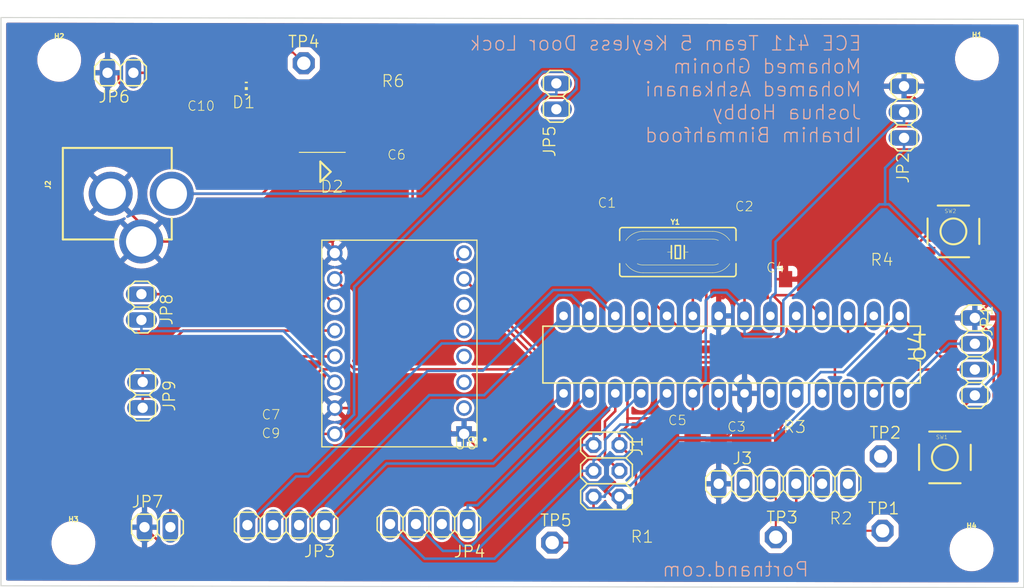
<source format=kicad_pcb>
(kicad_pcb (version 20211014) (generator pcbnew)
  (title_block (title "Keypad Door Lock PCB") (rev "1") (company "ECE 411 Team 5 Practicum"))
  (layers (0 "F.Cu" signal) (31 "B.Cu" signal) (34 "B.Paste" user) (35 "F.Paste" user) (36 "B.SilkS" user "B.Silkscreen") (37 "F.SilkS" user "F.Silkscreen") (38 "B.Mask" user) (39 "F.Mask" user) (44 "Edge.Cuts" user))
  (net 0 "")
  (net 1 "+5V")
  (net 2 "GND")
  (net 3 "Net-(C6-Pad1)")
  (net 4 "Net-(C9-Pad1)")
  (net 5 "Net-(J1-Pad5)")
  (net 6 "Net-(J3-Pad4)")
  (net 7 "Net-(C2-Pad2)")
  (net 8 "Net-(C1-Pad2)")
  (net 9 "Net-(J3-Pad5)")
  (net 10 "Net-(JP3-Pad4)")
  (net 11 "Net-(JP3-Pad3)")
  (net 12 "Net-(JP3-Pad2)")
  (net 13 "Net-(JP3-Pad1)")
  (net 14 "Net-(C3-Pad1)")
  (net 19 "Net-(R6-Pad1)")
  (net 20 "Net-(JP4-Pad4)")
  (net 21 "Net-(J1-Pad4)")
  (net 22 "Net-(J1-Pad1)")
  (net 28 "Net-(J1-Pad3)")
  (net 29 "Net-(JP1-Pad3)")
  (net 30 "Net-(JP1-Pad2)")
  (net 31 "Net-(JP8-Pad2)")
  (net 32 "Net-(JP9-Pad1)")
  (net 33 "Net-(JP9-Pad2)")
  (net 34 "Net-(JP8-Pad1)")
  (net 35 "+12V")
  (net 38 "Net-(J3-Pad3)")
  (net 39 "Net-(JP2-Pad2)")
  (net 40 "Net-(R2-Pad1)")
  (net 41 "Net-(R3-Pad1)")
  (net 42 "Net-(R4-Pad2)")
  (net 43 "Net-(U4-Pad4)")
  (net 44 "Net-(U4-Pad5)")
  (footprint "Keyless_Door:CHIP-LED0805" (layer "F.Cu") (at 125.188 55.118 90)
    (property "Value" "")
    (fp_text reference "D1")
    (fp_text value "LED")
  )
  (footprint "Keyless_Door:1X03" (layer "F.Cu") (at 189.6618 57.4294 90)
    (fp_text reference "JP2")
    (fp_text value "VCC.1 | IN1 | GND")
  )
  (footprint "Keyless_Door:R0805" (layer "F.Cu") (at 178.4858 89.4588)
    (fp_text reference "R3")
    (fp_text value "1K")
  )
  (footprint "Keyless_Door:P1-13" (layer "F.Cu") (at 187.5536 98.6028)
    (fp_text reference "TP1")
    (fp_text value "TestPoint")
  )
  (footprint "Keyless_Door:2X03" (layer "F.Cu") (at 160.4264 92.71 -90)
    (property "Value" "")
    (fp_text reference "J1")
    (fp_text value "3x2 M")
  )
  (footprint "Keyless_Door:1X04" (layer "F.Cu") (at 142.9766 97.9424)
    (fp_text reference "JP4")
    (fp_text value "PINHD-1X4")
  )
  (footprint "Keyless_Door:P1-13" (layer "F.Cu") (at 177.0634 99.2378)
    (fp_text reference "TP3")
    (fp_text value "TestPoint")
  )
  (footprint "Keyless_Door:C0805K" (layer "F.Cu") (at 139.3792 63.2968)
    (fp_text reference "C6")
    (fp_text value "10u")
  )
  (footprint "Keyless_Door:C0805K" (layer "F.Cu") (at 130.1844 86.614)
    (fp_text reference "C7")
    (fp_text value "100u")
  )
  (footprint "Keyless_Door:C0805K" (layer "F.Cu") (at 120.4468 58.1152 180)
    (fp_text reference "C10")
    (fp_text value "100n")
  )
  (footprint "Keyless_Door:P1-13" (layer "F.Cu") (at 155.0924 99.7712)
    (fp_text reference "TP5")
    (fp_text value "TestPoint")
  )
  (footprint "Keyless_Door:C0805K" (layer "F.Cu") (at 171.6184 66.5226)
    (fp_text reference "C2")
    (fp_text value "30p")
  )
  (footprint "Keyless_Door:STAND-OFF" (layer "F.Cu") (at 108.0516 99.7966)
    (fp_text reference "H3")
    (fp_text value "STAND-OFF")
  )
  (footprint "Keyless_Door:P1-13" (layer "F.Cu") (at 130.683 52.6288)
    (fp_text reference "TP4")
    (fp_text value "TestPoint")
  )
  (footprint "Keyless_Door:R0805" (layer "F.Cu") (at 160.7058 99.187 180)
    (fp_text reference "R1")
    (fp_text value "10K")
  )
  (footprint "Keyless_Door:C0805K" (layer "F.Cu") (at 163.4142 66.4972 180)
    (fp_text reference "C1")
    (fp_text value "30p")
  )
  (footprint "Keyless_Door:TACTILE_SWITCH_SMD" (layer "F.Cu") (at 193.675 91.3892)
    (fp_text reference "SW1")
    (fp_text value "!Reset")
  )
  (footprint "Keyless_Door:C0805K" (layer "F.Cu") (at 130.2164 89.0778 180)
    (fp_text reference "C9")
    (fp_text value "100u")
  )
  (footprint "Keyless_Door:MODULE_A4988_STEPPER_MOTOR_DRIVER_CARRIER" (layer "F.Cu") (at 140.081 80.1878 180)
    (fp_text reference "U8")
    (fp_text value "A4988_STEPPER_MOTOR_DRIVER_CARRIER")
  )
  (footprint "Keyless_Door:HC49UP" (layer "F.Cu") (at 167.4368 71.1962)
    (fp_text reference "Y1")
    (fp_text value "Crystal")
  )
  (footprint "Keyless_Door:C0805K" (layer "F.Cu") (at 168.8846 88.5538 -90)
    (fp_text reference "C5")
    (fp_text value "100n")
  )
  (footprint "Keyless_Door:P1-13" (layer "F.Cu") (at 187.3758 91.2876)
    (fp_text reference "TP2")
    (fp_text value "TestPoint")
  )
  (footprint "Keyless_Door:C0805K" (layer "F.Cu") (at 171.45 88.5792 -90)
    (fp_text reference "C3")
    (fp_text value "100n")
  )
  (footprint "Keyless_Door:1X02" (layer "F.Cu") (at 155.4988 55.88 -90)
    (fp_text reference "JP5")
    (fp_text value "COM | NO")
  )
  (footprint "Keyless_Door:STAND-OFF" (layer "F.Cu") (at 196.8246 52.1716)
    (fp_text reference "H1")
    (fp_text value "STAND-OFF")
  )
  (footprint "Keyless_Door:1X04" (layer "F.Cu") (at 196.6214 81.4832 -90)
    (fp_text reference "JP1")
    (fp_text value "1x4 Pin Conn.")
  )
  (footprint "Keyless_Door:R0805" (layer "F.Cu") (at 138.8872 56.3372)
    (fp_text reference "R6")
    (fp_text value "1k")
  )
  (footprint "Keyless_Door:1X02" (layer "F.Cu") (at 114.7318 76.6064 90)
    (fp_text reference "JP8")
    (fp_text value "2B+ & 1B-")
  )
  (footprint "Keyless_Door:1X06" (layer "F.Cu") (at 177.8 93.98)
    (property "Value" "")
    (fp_text reference "J3")
    (fp_text value "1x6 M")
  )
  (footprint "Keyless_Door:TACTILE_SWITCH_SMD" (layer "F.Cu") (at 194.5132 69.1642)
    (fp_text reference "SW2")
    (fp_text value "Open")
  )
  (footprint "Keyless_Door:C0805K" (layer "F.Cu") (at 177.022 73.8632)
    (fp_text reference "C4")
    (fp_text value "100n")
  )
  (footprint "Keyless_Door:R0805" (layer "F.Cu") (at 187.5536 73.4568 180)
    (fp_text reference "R4")
    (fp_text value "10K")
  )
  (footprint "Keyless_Door:1X02" (layer "F.Cu") (at 112.6744 53.5686 180)
    (fp_text reference "JP6")
    (fp_text value "IN- & IN+")
  )
  (footprint "Keyless_Door:STAND-OFF" (layer "F.Cu") (at 106.6546 52.2986)
    (fp_text reference "H2")
    (fp_text value "STAND-OFF")
  )
  (footprint "Keyless_Door:R0805" (layer "F.Cu") (at 182.8952 99.3394)
    (fp_text reference "R2")
    (fp_text value "1K")
  )
  (footprint "Keyless_Door:STAND-OFF" (layer "F.Cu") (at 196.2912 100.4316)
    (fp_text reference "H4")
    (fp_text value "STAND-OFF")
  )
  (footprint "Keyless_Door:DIL28-3" (layer "F.Cu") (at 172.72 81.28 180)
    (fp_text reference "U4")
    (fp_text value "ATMEGA328P-PU")
  )
  (footprint "Keyless_Door:SMB" (layer "F.Cu") (at 132.502 63.2968 180)
    (property "Value" "")
    (fp_text reference "D2")
    (fp_text value "M7")
  )
  (footprint "Keyless_Door:1X02" (layer "F.Cu") (at 114.8588 85.2424 -90)
    (fp_text reference "JP9")
    (fp_text value "1A+ & 2A-")
  )
  (footprint "Keyless_Door:1X04" (layer "F.Cu") (at 128.9558 98.044 180)
    (fp_text reference "JP3")
    (fp_text value "PINHD-1X4")
  )
  (footprint "Keyless_Door:1X02" (layer "F.Cu") (at 116.3066 98.2472)
    (fp_text reference "JP7")
    (fp_text value "OUT- & OUT+")
  )
  (footprint "Keyless_Door:POWER_JACK_PTH" (layer "F.Cu") (at 104.013 65.4558 -90)
    (property "Value" "")
    (fp_text reference "J2")
    (fp_text value "Power Jack")
  )
  (gr_line (start 100.9396 48.133) (end 100.9396 104.013) (layer "Edge.Cuts") (width 0.1))
  (gr_line (start 100.9396 104.013) (end 201.422 104.1908) (layer "Edge.Cuts") (width 0.1))
  (gr_line (start 201.422 104.1908) (end 201.422 48.3108) (layer "Edge.Cuts") (width 0.1))
  (gr_line (start 201.422 48.3108) (end 100.9396 48.133) (layer "Edge.Cuts") (width 0.1))
  (gr_text "Portnand.com" (at 180.3908 103.2256) (layer "B.SilkS") (effects (font (size 1.40208 1.40208) (thickness 0.12192)) (justify left bottom mirror)))
  (gr_text "ECE 411 Team 5 Keyless Door Lock\nMohamed Ghonim\nMohamed Ashkanani\nJoshua Hobby\nIbrahim Binmahfood" (at 185.5724 60.5282) (layer "B.SilkS") (effects (font (size 1.40208 1.40208) (thickness 0.12192)) (justify left bottom mirror)))
  (segment (start 130.2091 85.6387) (end 130.2091 86.614) (width 0.25) (layer "F.Cu") (net 1))
  (segment (start 185.5998 86.252776) (end 186.238424 86.8914) (width 0.25) (layer "F.Cu") (net 1))
  (segment (start 168.8846 86.8631) (end 168.8846 87.5538) (width 0.25) (layer "F.Cu") (net 1))
  (segment (start 135.128 75.2348) (end 133.731 73.8378) (width 0.25) (layer "F.Cu") (net 1))
  (segment (start 168.91 86.8377) (end 168.8846 86.8631) (width 0.25) (layer "F.Cu") (net 1))
  (segment (start 161.6964 90.17) (end 161.6964 89.0682) (width 0.25) (layer "F.Cu") (net 1))
  (segment (start 175.0467 74.6656) (end 175.0467 73.8632) (width 0.25) (layer "F.Cu") (net 1))
  (segment (start 134.8331 82.12195) (end 134.8331 81.907) (width 0.25) (layer "F.Cu") (net 1))
  (segment (start 130.2091 84.9289) (end 132.4102 82.7278) (width 0.25) (layer "F.Cu") (net 1))
  (segment (start 162.49 88.2746) (end 162.49 87.5538) (width 0.25) (layer "F.Cu") (net 1))
  (segment (start 141.3768 66.192) (end 141.3768 58.6795) (width 0.25) (layer "F.Cu") (net 1))
  (segment (start 195.0232 86.8914) (end 196.6214 85.2932) (width 0.25) (layer "F.Cu") (net 1))
  (segment (start 187.96 81.567024) (end 185.5998 83.927224) (width 0.25) (layer "F.Cu") (net 1))
  (segment (start 135.6539 82.7278) (end 134.8331 81.907) (width 0.25) (layer "F.Cu") (net 1))
  (segment (start 132.4102 82.7278) (end 134.22725 82.7278) (width 0.25) (layer "F.Cu") (net 1))
  (segment (start 186.238424 86.8914) (end 195.0232 86.8914) (width 0.25) (layer "F.Cu") (net 1))
  (segment (start 173.99 77.47) (end 173.99 75.7223) (width 0.25) (layer "F.Cu") (net 1))
  (segment (start 139.8372 56.3372) (end 140.8125 56.3372) (width 0.25) (layer "F.Cu") (net 1))
  (segment (start 131.1844 86.614) (end 130.2091 86.614) (width 0.25) (layer "F.Cu") (net 1))
  (segment (start 130.2091 85.6387) (end 130.2091 84.9289) (width 0.25) (layer "F.Cu") (net 1))
  (segment (start 176.022 73.8632) (end 175.0467 73.8632) (width 0.25) (layer "F.Cu") (net 1))
  (segment (start 168.91 85.09) (end 168.91 86.8377) (width 0.25) (layer "F.Cu") (net 1))
  (segment (start 161.9758 82.7278) (end 135.6539 82.7278) (width 0.25) (layer "F.Cu") (net 1))
  (segment (start 161.6964 89.0682) (end 162.49 88.2746) (width 0.25) (layer "F.Cu") (net 1))
  (segment (start 162.49 87.5538) (end 162.49 83.242) (width 0.25) (layer "F.Cu") (net 1))
  (segment (start 140.8125 58.1152) (end 122.4221 58.1152) (width 0.25) (layer "F.Cu") (net 1))
  (segment (start 185.5998 83.927224) (end 185.5998 86.252776) (width 0.25) (layer "F.Cu") (net 1))
  (segment (start 187.96 75.0757) (end 187.96 81.567024) (width 0.25) (layer "F.Cu") (net 1))
  (segment (start 162.6311 99.187) (end 163.322 98.4961) (width 0.25) (layer "F.Cu") (net 1))
  (segment (start 141.3768 58.6795) (end 140.8125 58.1152) (width 0.25) (layer "F.Cu") (net 1))
  (segment (start 162.49 87.5538) (end 168.8846 87.5538) (width 0.25) (layer "F.Cu") (net 1))
  (segment (start 134.8331 81.907) (end 135.128 81.6121) (width 0.25) (layer "F.Cu") (net 1))
  (segment (start 188.5036 74.5321) (end 187.96 75.0757) (width 0.25) (layer "F.Cu") (net 1))
  (segment (start 173.99 75.7223) (end 175.0467 74.6656) (width 0.25) (layer "F.Cu") (net 1))
  (segment (start 140.8125 58.1152) (end 140.8125 56.3372) (width 0.25) (layer "F.Cu") (net 1))
  (segment (start 133.731 73.8378) (end 141.3768 66.192) (width 0.25) (layer "F.Cu") (net 1))
  (segment (start 163.322 98.4961) (end 163.322 91.7956) (width 0.25) (layer "F.Cu") (net 1))
  (segment (start 135.128 81.6121) (end 135.128 75.2348) (width 0.25) (layer "F.Cu") (net 1))
  (segment (start 163.322 91.7956) (end 161.6964 90.17) (width 0.25) (layer "F.Cu") (net 1))
  (segment (start 121.4468 58.1152) (end 122.4221 58.1152) (width 0.25) (layer "F.Cu") (net 1))
  (segment (start 128.524 84.836) (end 129.4064 84.836) (width 0.25) (layer "F.Cu") (net 1))
  (segment (start 134.22725 82.7278) (end 134.8331 82.12195) (width 0.25) (layer "F.Cu") (net 1))
  (segment (start 161.6558 99.187) (end 162.6311 99.187) (width 0.25) (layer "F.Cu") (net 1))
  (segment (start 162.49 83.242) (end 161.9758 82.7278) (width 0.25) (layer "F.Cu") (net 1))
  (segment (start 117.5766 98.2472) (end 117.5766 95.7834) (width 0.25) (layer "F.Cu") (net 1))
  (segment (start 129.4064 84.836) (end 130.2091 85.6387) (width 0.25) (layer "F.Cu") (net 1))
  (segment (start 117.5766 95.7834) (end 128.524 84.836) (width 0.25) (layer "F.Cu") (net 1))
  (segment (start 188.5036 73.4568) (end 188.5036 74.5321) (width 0.25) (layer "F.Cu") (net 1))
  (segment (start 187.7987 62.9198) (end 187.7987 66.5029) (width 0.25) (layer "B.Cu") (net 1))
  (segment (start 187.7987 66.5029) (end 187.7988 66.5029) (width 0.25) (layer "B.Cu") (net 1))
  (segment (start 173.99 77.47) (end 173.99 79.2714) (width 0.25) (layer "B.Cu") (net 1))
  (segment (start 168.91 85.09) (end 170.18 83.82) (width 0.25) (layer "B.Cu") (net 1))
  (segment (start 173.99 79.2714) (end 177.5226 79.2714) (width 0.25) (layer "B.Cu") (net 1))
  (segment (start 198.882 83.0326) (end 196.6214 85.2932) (width 0.25) (layer "B.Cu") (net 1))
  (segment (start 189.6618 59.9694) (end 189.6618 61.0567) (width 0.25) (layer "B.Cu") (net 1))
  (segment (start 187.2431 66.5029) (end 187.7988 66.5029) (width 0.25) (layer "B.Cu") (net 1))
  (segment (start 173.99 76.962) (end 173.99 77.47) (width 0.25) (layer "B.Cu") (net 1))
  (segment (start 170.18 83.82) (end 170.18 75.946) (width 0.25) (layer "B.Cu") (net 1))
  (segment (start 198.882 77.216) (end 198.882 83.0326) (width 0.25) (layer "B.Cu") (net 1))
  (segment (start 188.1689 66.5029) (end 198.882 77.216) (width 0.25) (layer "B.Cu") (net 1))
  (segment (start 177.5226 79.2714) (end 177.8 78.994) (width 0.25) (layer "B.Cu") (net 1))
  (segment (start 189.6618 61.0567) (end 187.7987 62.9198) (width 0.25) (layer "B.Cu") (net 1))
  (segment (start 177.8 78.994) (end 177.8 75.946) (width 0.25) (layer "B.Cu") (net 1))
  (segment (start 187.7988 66.5029) (end 188.1689 66.5029) (width 0.25) (layer "B.Cu") (net 1))
  (segment (start 172.212 75.184) (end 173.99 76.962) (width 0.25) (layer "B.Cu") (net 1))
  (segment (start 170.942 75.184) (end 172.212 75.184) (width 0.25) (layer "B.Cu") (net 1))
  (segment (start 177.8 75.946) (end 187.2431 66.5029) (width 0.25) (layer "B.Cu") (net 1))
  (segment (start 170.18 75.946) (end 170.942 75.184) (width 0.25) (layer "B.Cu") (net 1))
  (segment (start 171.45 89.5792) (end 170.8874 89.5792) (width 0.25) (layer "F.Cu") (net 2))
  (segment (start 164.4142 66.4972) (end 169.6177 66.4972) (width 0.25) (layer "F.Cu") (net 2))
  (segment (start 175.643 67.439) (end 173.228 65.024) (width 0.25) (layer "F.Cu") (net 2))
  (segment (start 170.0353 89.5792) (end 170.0099 89.5538) (width 0.25) (layer "F.Cu") (net 2))
  (segment (start 190.8859 66.5419) (end 190.8859 67.2592) (width 0.25) (layer "F.Cu") (net 2))
  (segment (start 114.713 70.1558) (end 114.713 68.4558) (width 0.25) (layer "F.Cu") (net 2))
  (segment (start 198.374 66.679) (end 198.374 75.9206) (width 0.25) (layer "F.Cu") (net 2))
  (segment (start 119.4468 58.1152) (end 118.4715 58.1152) (width 0.25) (layer "F.Cu") (net 2))
  (segment (start 117.1562 60.0126) (end 117.1562 59.4305) (width 0.25) (layer "F.Cu") (net 2))
  (segment (start 130.3222 87.884) (end 129.8257 88.3805) (width 0.25) (layer "F.Cu") (net 2))
  (segment (start 194.2797 66.04) (end 197.735 66.04) (width 0.25) (layer "F.Cu") (net 2))
  (segment (start 185.6013 67.2592) (end 178.9973 73.8632) (width 0.25) (layer "F.Cu") (net 2))
  (segment (start 117.3734 100.584) (end 115.0366 98.2472) (width 0.25) (layer "F.Cu") (net 2))
  (segment (start 112.4917 54.4667) (end 117.3059 59.2808) (width 0.25) (layer "F.Cu") (net 2))
  (segment (start 170.8874 89.5792) (end 170.0353 89.5792) (width 0.25) (layer "F.Cu") (net 2))
  (segment (start 129.8257 88.3805) (end 129.1844 87.7393) (width 0.25) (layer "F.Cu") (net 2))
  (segment (start 197.2578 90.1906) (end 198.9417 88.5067) (width 0.25) (layer "F.Cu") (net 2))
  (segment (start 129.2164 88.9898) (end 129.2164 89.0778) (width 0.25) (layer "F.Cu") (net 2))
  (segment (start 169.6177 66.4972) (end 169.6431 66.5226) (width 0.25) (layer "F.Cu") (net 2))
  (segment (start 145.8859 89.0778) (end 146.3986 89.0778) (width 0.25) (layer "F.Cu") (net 2))
  (segment (start 191.9732 67.2592) (end 190.8859 67.2592) (width 0.25) (layer "F.Cu") (net 2))
  (segment (start 112.4917 53.5686) (end 112.4917 54.4667) (width 0.25) (layer "F.Cu") (net 2))
  (segment (start 118.618 100.584) (end 117.3734 100.584) (width 0.25) (layer "F.Cu") (net 2))
  (segment (start 190.6132 55.9767) (end 191.77 57.1335) (width 0.25) (layer "F.Cu") (net 2))
  (segment (start 161.036 95.25) (end 161.6964 95.25) (width 0.25) (layer "F.Cu") (net 2))
  (segment (start 168.8846 89.5538) (end 170.0099 89.5538) (width 0.25) (layer "F.Cu") (net 2))
  (segment (start 191.77 65.6578) (end 190.8859 66.5419) (width 0.25) (layer "F.Cu") (net 2))
  (segment (start 133.731 86.5378) (end 132.3848 87.884) (width 0.25) (layer "F.Cu") (net 2))
  (segment (start 171.45 77.47) (end 171.45 75.7223) (width 0.25) (layer "F.Cu") (net 2))
  (segment (start 177.0467 72.8879) (end 177.0467 73.8632) (width 0.25) (layer "F.Cu") (net 2))
  (segment (start 175.643 71.9808) (end 176.1396 71.9808) (width 0.25) (layer "F.Cu") (net 2))
  (segment (start 145.8859 89.0778) (end 145.3407 89.0778) (width 0.25) (layer "F.Cu") (net 2))
  (segment (start 142.8007 86.5378) (end 133.731 86.5378) (width 0.25) (layer "F.Cu") (net 2))
  (segment (start 175.643 71.9808) (end 175.643 67.439) (width 0.25) (layer "F.Cu") (net 2))
  (segment (start 189.6618 55.9767) (end 190.6132 55.9767) (width 0.25) (layer "F.Cu") (net 2))
  (segment (start 114.713 70.1558) (end 133.5202 70.1558) (width 0.25) (layer "F.Cu") (net 2))
  (segment (start 140.3792 63.2968) (end 139.4039 63.2968) (width 0.25) (layer "F.Cu") (net 2))
  (segment (start 133.5202 70.1558) (end 139.4039 64.2721) (width 0.25) (layer "F.Cu") (net 2))
  (segment (start 128.2411 89.0778) (end 128.2411 90.9609) (width 0.25) (layer "F.Cu") (net 2))
  (segment (start 173.99 87.63) (end 172.0408 89.5792) (width 0.25) (layer "F.Cu") (net 2))
  (segment (start 133.5202 70.1558) (end 133.5202 71.087) (width 0.25) (layer "F.Cu") (net 2))
  (segment (start 191.135 89.4842) (end 192.2223 89.4842) (width 0.25) (layer "F.Cu") (net 2))
  (segment (start 117.1562 59.4305) (end 117.3059 59.2808) (width 0.25) (layer "F.Cu") (net 2))
  (segment (start 192.2223 89.4842) (end 192.9287 90.1906) (width 0.25) (layer "F.Cu") (net 2))
  (segment (start 171.9015 75.7223) (end 175.643 71.9808) (width 0.25) (layer "F.Cu") (net 2))
  (segment (start 171.45 75.7223) (end 171.9015 75.7223) (width 0.25) (layer "F.Cu") (net 2))
  (segment (start 173.99 85.09) (end 173.99 87.63) (width 0.25) (layer "F.Cu") (net 2))
  (segment (start 133.5202 71.087) (end 133.731 71.2978) (width 0.25) (layer "F.Cu") (net 2))
  (segment (start 191.77 57.1335) (end 191.77 65.6578) (width 0.25) (layer "F.Cu") (net 2))
  (segment (start 146.3986 89.0778) (end 151.469 94.1482) (width 0.25) (layer "F.Cu") (net 2))
  (segment (start 158.678396 94.096) (end 159.882 94.096) (width 0.25) (layer "F.Cu") (net 2))
  (segment (start 117.3059 59.2808) (end 118.4715 58.1152) (width 0.25) (layer "F.Cu") (net 2))
  (segment (start 171.45 93.98) (end 171.45 90.1418) (width 0.25) (layer "F.Cu") (net 2))
  (segment (start 198.9417 79.9935) (end 196.6214 77.6732) (width 0.25) (layer "F.Cu") (net 2))
  (segment (start 159.882 94.096) (end 161.036 95.25) (width 0.25) (layer "F.Cu") (net 2))
  (segment (start 158.626196 94.1482) (end 158.678396 94.096) (width 0.25) (layer "F.Cu") (net 2))
  (segment (start 129.8257 88.3805) (end 129.2164 88.9898) (width 0.25) (layer "F.Cu") (net 2))
  (segment (start 171.45 90.1418) (end 170.8874 89.5792) (width 0.25) (layer "F.Cu") (net 2))
  (segment (start 172.0408 89.5792) (end 171.45 89.5792) (width 0.25) (layer "F.Cu") (net 2))
  (segment (start 198.9417 88.5067) (end 198.9417 79.9935) (width 0.25) (layer "F.Cu") (net 2))
  (segment (start 173.228 65.024) (end 172.117 65.024) (width 0.25) (layer "F.Cu") (net 2))
  (segment (start 178.022 73.8632) (end 178.9973 73.8632) (width 0.25) (layer "F.Cu") (net 2))
  (segment (start 176.1396 71.9808) (end 177.0467 72.8879) (width 0.25) (layer "F.Cu") (net 2))
  (segment (start 129.2164 89.0778) (end 128.2411 89.0778) (width 0.25) (layer "F.Cu") (net 2))
  (segment (start 111.4044 53.5686) (end 112.4917 53.5686) (width 0.25) (layer "F.Cu") (net 2))
  (segment (start 198.374 75.9206) (end 196.6214 77.6732) (width 0.25) (layer "F.Cu") (net 2))
  (segment (start 129.1844 86.614) (end 129.1844 87.7393) (width 0.25) (layer "F.Cu") (net 2))
  (segment (start 178.022 73.8632) (end 177.0467 73.8632) (width 0.25) (layer "F.Cu") (net 2))
  (segment (start 190.8859 67.2592) (end 185.6013 67.2592) (width 0.25) (layer "F.Cu") (net 2))
  (segment (start 128.2411 90.9609) (end 118.618 100.584) (width 0.25) (layer "F.Cu") (net 2))
  (segment (start 139.4039 64.2721) (end 139.4039 63.2968) (width 0.25) (layer "F.Cu") (net 2))
  (segment (start 151.469 94.1482) (end 158.626196 94.1482) (width 0.25) (layer "F.Cu") (net 2))
  (segment (start 170.6184 66.5226) (end 169.6431 66.5226) (width 0.25) (layer "F.Cu") (net 2))
  (segment (start 189.6618 54.8894) (end 189.6618 55.9767) (width 0.25) (layer "F.Cu") (net 2))
  (segment (start 114.713 68.4558) (end 111.713 65.4558) (width 0.25) (layer "F.Cu") (net 2))
  (segment (start 192.9287 90.1906) (end 197.2578 90.1906) (width 0.25) (layer "F.Cu") (net 2))
  (segment (start 197.735 66.04) (end 198.374 66.679) (width 0.25) (layer "F.Cu") (net 2))
  (segment (start 111.713 65.4558) (end 117.1562 60.0126) (width 0.25) (layer "F.Cu") (net 2))
  (segment (start 132.3848 87.884) (end 130.3222 87.884) (width 0.25) (layer "F.Cu") (net 2))
  (segment (start 193.0605 67.2592) (end 194.2797 66.04) (width 0.25) (layer "F.Cu") (net 2))
  (segment (start 191.9732 67.2592) (end 193.0605 67.2592) (width 0.25) (layer "F.Cu") (net 2))
  (segment (start 146.431 89.0778) (end 146.3986 89.0778) (width 0.25) (layer "F.Cu") (net 2))
  (segment (start 145.3407 89.0778) (end 142.8007 86.5378) (width 0.25) (layer "F.Cu") (net 2))
  (segment (start 172.117 65.024) (end 170.6184 66.5226) (width 0.25) (layer "F.Cu") (net 2))
  (segment (start 161.6964 95.25) (end 162.7982 95.25) (width 0.25) (layer "B.Cu") (net 2))
  (segment (start 173.99 85.09) (end 171.45 82.55) (width 0.25) (layer "B.Cu") (net 2))
  (segment (start 164.0682 93.98) (end 162.7982 95.25) (width 0.25) (layer "B.Cu") (net 2))
  (segment (start 133.731 71.2978) (end 134.8411 72.4079) (width 0.25) (layer "B.Cu") (net 2))
  (segment (start 134.8411 85.4277) (end 133.731 86.5378) (width 0.25) (layer "B.Cu") (net 2))
  (segment (start 171.45 93.98) (end 164.0682 93.98) (width 0.25) (layer "B.Cu") (net 2))
  (segment (start 171.45 82.55) (end 171.45 77.47) (width 0.25) (layer "B.Cu") (net 2))
  (segment (start 134.8411 72.4079) (end 134.8411 85.4277) (width 0.25) (layer "B.Cu") (net 2))
  (segment (start 130.683 52.6288) (end 129.6162 51.562) (width 0.2) (layer "F.Cu") (net 3))
  (segment (start 129.6162 51.562) (end 121.666 51.562) (width 0.2) (layer "F.Cu") (net 3))
  (segment (start 134.702 63.2968) (end 138.3792 63.2968) (width 0.25) (layer "F.Cu") (net 3))
  (segment (start 120.4714 57.2116) (end 117.3549 54.0951) (width 0.25) (layer "F.Cu") (net 3))
  (segment (start 134.702 63.2968) (end 133.1767 63.2968) (width 0.25) (layer "F.Cu") (net 3))
  (segment (start 123.1775 61.7715) (end 120.4714 59.0654) (width 0.25) (layer "F.Cu") (net 3))
  (segment (start 116.8284 53.5686) (end 113.9444 53.5686) (width 0.25) (layer "F.Cu") (net 3))
  (segment (start 131.6514 61.7715) (end 123.1775 61.7715) (width 0.25) (layer "F.Cu") (net 3))
  (segment (start 119.888 51.562) (end 117.3549 54.0951) (width 0.2) (layer "F.Cu") (net 3))
  (segment (start 117.3549 54.0951) (end 116.8284 53.5686) (width 0.25) (layer "F.Cu") (net 3))
  (segment (start 133.1767 63.2968) (end 131.6514 61.7715) (width 0.25) (layer "F.Cu") (net 3))
  (segment (start 121.666 51.562) (end 119.888 51.562) (width 0.2) (layer "F.Cu") (net 3))
  (segment (start 120.4714 59.0654) (end 120.4714 57.2116) (width 0.25) (layer "F.Cu") (net 3))
  (segment (start 133.731 89.0778) (end 131.2164 89.0778) (width 0.25) (layer "F.Cu") (net 4))
  (segment (start 155.4988 54.61) (end 155.4988 55.6973) (width 0.25) (layer "B.Cu") (net 4))
  (segment (start 154.5474 55.6973) (end 155.4988 55.6973) (width 0.25) (layer "B.Cu") (net 4))
  (segment (start 133.731 89.0778) (end 135.6308 87.178) (width 0.25) (layer "B.Cu") (net 4))
  (segment (start 135.6308 87.178) (end 135.6308 74.6139) (width 0.25) (layer "B.Cu") (net 4))
  (segment (start 135.6308 74.6139) (end 154.5474 55.6973) (width 0.25) (layer "B.Cu") (net 4))
  (segment (start 159.1716 99.7712) (end 159.7558 99.187) (width 0.2) (layer "F.Cu") (net 5))
  (segment (start 159.7558 96.9512) (end 159.7558 99.187) (width 0.25) (layer "F.Cu") (net 5))
  (segment (start 155.0924 99.7712) (end 159.1716 99.7712) (width 0.2) (layer "F.Cu") (net 5))
  (segment (start 189.23 77.47) (end 193.2432 81.4832) (width 0.25) (layer "F.Cu") (net 5))
  (segment (start 159.1564 96.3518) (end 159.7558 96.9512) (width 0.25) (layer "F.Cu") (net 5))
  (segment (start 196.215 89.4842) (end 197.3023 89.4842) (width 0.25) (layer "F.Cu") (net 5))
  (segment (start 198.4751 88.3114) (end 197.3023 89.4842) (width 0.25) (layer "F.Cu") (net 5))
  (segment (start 193.2432 81.4832) (end 197.7109 81.4832) (width 0.25) (layer "F.Cu") (net 5))
  (segment (start 159.1564 95.25) (end 159.1564 96.3518) (width 0.25) (layer "F.Cu") (net 5))
  (segment (start 197.7109 81.4832) (end 198.4751 82.2474) (width 0.25) (layer "F.Cu") (net 5))
  (segment (start 198.4751 82.2474) (end 198.4751 88.3114) (width 0.25) (layer "F.Cu") (net 5))
  (segment (start 160.2582 95.1122) (end 160.2582 95.25) (width 0.25) (layer "B.Cu") (net 5))
  (segment (start 180.34 86.0783) (end 176.9446 89.4737) (width 0.25) (layer "B.Cu") (net 5))
  (segment (start 189.23 77.47) (end 183.6939 83.0061) (width 0.25) (layer "B.Cu") (net 5))
  (segment (start 181.4711 83.0061) (end 180.34 84.1372) (width 0.25) (layer "B.Cu") (net 5))
  (segment (start 180.34 84.1372) (end 180.34 86.0783) (width 0.25) (layer "B.Cu") (net 5))
  (segment (start 176.9446 89.4737) (end 167.4396 89.4737) (width 0.25) (layer "B.Cu") (net 5))
  (segment (start 183.6939 83.0061) (end 181.4711 83.0061) (width 0.25) (layer "B.Cu") (net 5))
  (segment (start 167.4396 89.4737) (end 162.7651 94.1482) (width 0.25) (layer "B.Cu") (net 5))
  (segment (start 161.2222 94.1482) (end 160.2582 95.1122) (width 0.25) (layer "B.Cu") (net 5))
  (segment (start 159.1564 95.25) (end 160.2582 95.25) (width 0.25) (layer "B.Cu") (net 5))
  (segment (start 162.7651 94.1482) (end 161.2222 94.1482) (width 0.25) (layer "B.Cu") (net 5))
  (segment (start 183.8452 99.3394) (end 182.9742 99.3394) (width 0.25) (layer "F.Cu") (net 6))
  (segment (start 180.6002 100.838) (end 179.07 100.838) (width 0.25) (layer "F.Cu") (net 6))
  (segment (start 184.5818 98.6028) (end 183.8452 99.3394) (width 0.2) (layer "F.Cu") (net 6))
  (segment (start 180.8542 101.092) (end 180.6002 100.838) (width 0.25) (layer "F.Cu") (net 6))
  (segment (start 182.9742 101.092) (end 180.8542 101.092) (width 0.25) (layer "F.Cu") (net 6))
  (segment (start 187.5536 98.6028) (end 184.5818 98.6028) (width 0.2) (layer "F.Cu") (net 6))
  (segment (start 179.07 100.838) (end 179.07 93.98) (width 0.25) (layer "F.Cu") (net 6))
  (segment (start 182.9742 99.3394) (end 182.9742 101.092) (width 0.25) (layer "F.Cu") (net 6))
  (segment (start 168.91 77.47) (end 168.91 75.7223) (width 0.25) (layer "F.Cu") (net 7))
  (segment (start 162.6108 71.1962) (end 167.8737 71.1962) (width 0.25) (layer "F.Cu") (net 7))
  (segment (start 168.0718 71.1962) (end 172.6184 66.6496) (width 0.25) (layer "F.Cu") (net 7))
  (segment (start 167.8737 71.1962) (end 167.8737 74.686) (width 0.25) (layer "F.Cu") (net 7))
  (segment (start 167.8737 74.686) (end 168.91 75.7223) (width 0.25) (layer "F.Cu") (net 7))
  (segment (start 172.6184 66.6496) (end 172.6184 66.5226) (width 0.25) (layer "F.Cu") (net 7))
  (segment (start 167.8737 71.1962) (end 168.0718 71.1962) (width 0.25) (layer "F.Cu") (net 7))
  (segment (start 161.5992 74.5748) (end 159.258 72.2336) (width 0.25) (layer "F.Cu") (net 8))
  (segment (start 166.37 77.47) (end 163.4748 74.5748) (width 0.25) (layer "F.Cu") (net 8))
  (segment (start 169.401488 79.502) (end 168.402 79.502) (width 0.25) (layer "F.Cu") (net 8))
  (segment (start 170.2355 74.514) (end 170.2355 78.667988) (width 0.25) (layer "F.Cu") (net 8))
  (segment (start 168.402 79.502) (end 166.37 77.47) (width 0.25) (layer "F.Cu") (net 8))
  (segment (start 159.258 72.2336) (end 159.258 68.6781) (width 0.25) (layer "F.Cu") (net 8))
  (segment (start 161.4389 66.4972) (end 162.4142 66.4972) (width 0.25) (layer "F.Cu") (net 8))
  (segment (start 172.2628 72.4867) (end 170.2355 74.514) (width 0.25) (layer "F.Cu") (net 8))
  (segment (start 159.258 68.6781) (end 161.4389 66.4972) (width 0.25) (layer "F.Cu") (net 8))
  (segment (start 172.2628 71.1962) (end 172.2628 72.4867) (width 0.25) (layer "F.Cu") (net 8))
  (segment (start 163.4748 74.5748) (end 161.5992 74.5748) (width 0.25) (layer "F.Cu") (net 8))
  (segment (start 170.2355 78.667988) (end 169.401488 79.502) (width 0.25) (layer "F.Cu") (net 8))
  (segment (start 181.61 93.98) (end 179.4358 91.8058) (width 0.25) (layer "F.Cu") (net 9))
  (segment (start 179.4358 91.8058) (end 179.4358 89.4588) (width 0.25) (layer "F.Cu") (net 9))
  (segment (start 155.194 74.93) (end 158.75 74.93) (width 0.25) (layer "B.Cu") (net 10))
  (segment (start 131.1141 93.26) (end 134.1523 90.2218) (width 0.25) (layer "B.Cu") (net 10))
  (segment (start 134.204861 90.2218) (end 144.238861 80.1878) (width 0.25) (layer "B.Cu") (net 10))
  (segment (start 129.9298 93.26) (end 131.1141 93.26) (width 0.25) (layer "B.Cu") (net 10))
  (segment (start 158.75 74.93) (end 161.29 77.47) (width 0.25) (layer "B.Cu") (net 10))
  (segment (start 144.238861 80.1878) (end 149.9362 80.1878) (width 0.25) (layer "B.Cu") (net 10))
  (segment (start 134.1523 90.2218) (end 134.204861 90.2218) (width 0.25) (layer "B.Cu") (net 10))
  (segment (start 125.1458 98.044) (end 129.9298 93.26) (width 0.25) (layer "B.Cu") (net 10))
  (segment (start 149.9362 80.1878) (end 155.194 74.93) (width 0.25) (layer "B.Cu") (net 10))
  (segment (start 155.702 75.438) (end 148.2862 82.8538) (width 0.25) (layer "B.Cu") (net 11))
  (segment (start 158.75 77.216) (end 156.972 75.438) (width 0.25) (layer "B.Cu") (net 11))
  (segment (start 156.972 75.438) (end 155.702 75.438) (width 0.25) (layer "B.Cu") (net 11))
  (segment (start 145.923839 82.8871) (end 142.8427 82.8871) (width 0.25) (layer "B.Cu") (net 11))
  (segment (start 158.75 77.47) (end 158.75 77.216) (width 0.25) (layer "B.Cu") (net 11))
  (segment (start 145.957139 82.8538) (end 145.923839 82.8871) (width 0.25) (layer "B.Cu") (net 11))
  (segment (start 142.8427 82.8871) (end 127.6858 98.044) (width 0.25) (layer "B.Cu") (net 11))
  (segment (start 148.2862 82.8538) (end 145.957139 82.8538) (width 0.25) (layer "B.Cu") (net 11))
  (segment (start 143.002 85.2678) (end 148.4122 85.2678) (width 0.25) (layer "B.Cu") (net 12))
  (segment (start 148.4122 85.2678) (end 156.21 77.47) (width 0.25) (layer "B.Cu") (net 12))
  (segment (start 130.2258 98.044) (end 143.002 85.2678) (width 0.25) (layer "B.Cu") (net 12))
  (segment (start 138.8168 91.993) (end 149.307 91.993) (width 0.25) (layer "B.Cu") (net 13))
  (segment (start 149.307 91.993) (end 156.21 85.09) (width 0.25) (layer "B.Cu") (net 13))
  (segment (start 132.7658 98.044) (end 138.8168 91.993) (width 0.25) (layer "B.Cu") (net 13))
  (segment (start 171.45 85.09) (end 171.45 87.5792) (width 0.25) (layer "F.Cu") (net 14))
  (segment (start 136.8704 55.2704) (end 137.9372 56.3372) (width 0.2) (layer "F.Cu") (net 19))
  (segment (start 126.2974 55.2704) (end 136.8704 55.2704) (width 0.2) (layer "F.Cu") (net 19))
  (segment (start 158.75 85.09) (end 147.7469 96.0931) (width 0.25) (layer "B.Cu") (net 20))
  (segment (start 147.7469 96.0931) (end 146.7866 96.0931) (width 0.25) (layer "B.Cu") (net 20))
  (segment (start 146.7866 97.9424) (end 146.7866 96.0931) (width 0.25) (layer "B.Cu") (net 20))
  (segment (start 160.274 91.2876) (end 161.6964 92.71) (width 0.25) (layer "F.Cu") (net 21))
  (segment (start 161.29 85.09) (end 161.29 86.8377) (width 0.25) (layer "F.Cu") (net 21))
  (segment (start 160.3104 90.648004) (end 160.274 90.684404) (width 0.25) (layer "F.Cu") (net 21))
  (segment (start 160.3104 89.691996) (end 160.3104 90.648004) (width 0.25) (layer "F.Cu") (net 21))
  (segment (start 160.274 90.684404) (end 160.274 91.2876) (width 0.25) (layer "F.Cu") (net 21))
  (segment (start 161.29 86.8377) (end 160.274 87.8537) (width 0.25) (layer "F.Cu") (net 21))
  (segment (start 160.274 87.8537) (end 160.274 89.655596) (width 0.25) (layer "F.Cu") (net 21))
  (segment (start 160.274 89.655596) (end 160.3104 89.691996) (width 0.25) (layer "F.Cu") (net 21))
  (segment (start 147.1778 100.076) (end 146.3802 100.076) (width 0.25) (layer "B.Cu") (net 21))
  (segment (start 161.29 85.9638) (end 147.1778 100.076) (width 0.25) (layer "B.Cu") (net 21))
  (segment (start 146.3802 100.076) (end 144.2466 97.9424) (width 0.25) (layer "B.Cu") (net 21))
  (segment (start 161.29 85.09) (end 161.29 85.9638) (width 0.25) (layer "B.Cu") (net 21))
  (segment (start 159.1564 90.17) (end 159.1564 89.0682) (width 0.25) (layer "B.Cu") (net 22))
  (segment (start 141.7066 97.9424) (end 144.3482 100.584) (width 0.25) (layer "B.Cu") (net 22))
  (segment (start 144.3482 100.584) (end 147.6406 100.584) (width 0.25) (layer "B.Cu") (net 22))
  (segment (start 159.8518 89.0682) (end 159.1564 89.0682) (width 0.25) (layer "B.Cu") (net 22))
  (segment (start 163.83 85.09) (end 159.8518 89.0682) (width 0.25) (layer "B.Cu") (net 22))
  (segment (start 158.0546 90.17) (end 159.1564 90.17) (width 0.25) (layer "B.Cu") (net 22))
  (segment (start 147.6406 100.584) (end 158.0546 90.17) (width 0.25) (layer "B.Cu") (net 22))
  (segment (start 139.1666 97.9424) (end 142.5702 101.346) (width 0.25) (layer "B.Cu") (net 28))
  (segment (start 159.5784 91.324) (end 159.634404 91.324) (width 0.25) (layer "B.Cu") (net 28))
  (segment (start 160.3104 90.648004) (end 160.3104 89.6256) (width 0.25) (layer "B.Cu") (net 28))
  (segment (start 159.1564 91.6082) (end 159.2942 91.6082) (width 0.25) (layer "B.Cu") (net 28))
  (segment (start 158.0546 92.71) (end 159.1564 92.71) (width 0.25) (layer "B.Cu") (net 28))
  (segment (start 159.1564 92.71) (end 159.1564 91.6082) (width 0.25) (layer "B.Cu") (net 28))
  (segment (start 161.7788 88.1572) (end 163.3028 88.1572) (width 0.25) (layer "B.Cu") (net 28))
  (segment (start 149.4186 101.346) (end 158.0546 92.71) (width 0.25) (layer "B.Cu") (net 28))
  (segment (start 159.634404 91.324) (end 160.3104 90.648004) (width 0.25) (layer "B.Cu") (net 28))
  (segment (start 163.3028 88.1572) (end 166.37 85.09) (width 0.25) (layer "B.Cu") (net 28))
  (segment (start 142.5702 101.346) (end 149.4186 101.346) (width 0.25) (layer "B.Cu") (net 28))
  (segment (start 159.2942 91.6082) (end 159.5784 91.324) (width 0.25) (layer "B.Cu") (net 28))
  (segment (start 160.3104 89.6256) (end 161.7788 88.1572) (width 0.25) (layer "B.Cu") (net 28))
  (segment (start 186.69 85.09) (end 189.0268 82.7532) (width 0.25) (layer "F.Cu") (net 29))
  (segment (start 189.0268 82.7532) (end 196.6214 82.7532) (width 0.25) (layer "F.Cu") (net 29))
  (segment (start 194.1068 80.2132) (end 196.6214 80.2132) (width 0.25) (layer "B.Cu") (net 30))
  (segment (start 189.23 85.09) (end 194.1068 80.2132) (width 0.25) (layer "B.Cu") (net 30))
  (segment (start 114.7318 75.3364) (end 132.6896 75.3364) (width 0.25) (layer "F.Cu") (net 31))
  (segment (start 132.6896 75.3364) (end 133.731 76.3778) (width 0.25) (layer "F.Cu") (net 31))
  (segment (start 133.731 78.9178) (end 118.8261 78.9178) (width 0.25) (layer "F.Cu") (net 32))
  (segment (start 114.8588 83.9724) (end 114.8588 82.8851) (width 0.25) (layer "F.Cu") (net 32))
  (segment (start 118.8261 78.9178) (end 114.8588 82.8851) (width 0.25) (layer "F.Cu") (net 32))
  (segment (start 117.0129 85.4251) (end 120.9802 81.4578) (width 0.25) (layer "F.Cu") (net 33))
  (segment (start 114.8588 85.4251) (end 117.0129 85.4251) (width 0.25) (layer "F.Cu") (net 33))
  (segment (start 120.9802 81.4578) (end 133.731 81.4578) (width 0.25) (layer "F.Cu") (net 33))
  (segment (start 114.8588 86.5124) (end 114.8588 85.4251) (width 0.25) (layer "F.Cu") (net 33))
  (segment (start 114.7318 77.8764) (end 114.7318 78.9637) (width 0.25) (layer "B.Cu") (net 34))
  (segment (start 128.6969 78.9637) (end 133.731 83.9978) (width 0.25) (layer "B.Cu") (net 34))
  (segment (start 114.7318 78.9637) (end 128.6969 78.9637) (width 0.25) (layer "B.Cu") (net 34))
  (segment (start 130.302 63.2968) (end 128.7767 63.2968) (width 0.25) (layer "F.Cu") (net 35))
  (segment (start 126.6177 65.4558) (end 128.7767 63.2968) (width 0.25) (layer "F.Cu") (net 35))
  (segment (start 117.713 65.4558) (end 126.6177 65.4558) (width 0.25) (layer "F.Cu") (net 35))
  (segment (start 157.48 54.215582) (end 157.48 55.1688) (width 0.25) (layer "B.Cu") (net 35))
  (segment (start 142.2004 65.4558) (end 154.1872 53.469) (width 0.25) (layer "B.Cu") (net 35))
  (segment (start 157.48 55.1688) (end 155.4988 57.15) (width 0.25) (layer "B.Cu") (net 35))
  (segment (start 156.733418 53.469) (end 157.48 54.215582) (width 0.25) (layer "B.Cu") (net 35))
  (segment (start 117.713 65.4558) (end 142.2004 65.4558) (width 0.25) (layer "B.Cu") (net 35))
  (segment (start 154.1872 53.469) (end 156.733418 53.469) (width 0.25) (layer "B.Cu") (net 35))
  (segment (start 177.0634 94.5134) (end 176.53 93.98) (width 0.2) (layer "F.Cu") (net 38))
  (segment (start 177.0634 99.2378) (end 177.0634 94.5134) (width 0.2) (layer "F.Cu") (net 38))
  (segment (start 188.7104 58.5167) (end 189.6618 58.5167) (width 0.25) (layer "B.Cu") (net 39))
  (segment (start 177.038 70.1891) (end 188.7104 58.5167) (width 0.25) (layer "B.Cu") (net 39))
  (segment (start 176.53 75.7223) (end 177.038 75.2143) (width 0.25) (layer "B.Cu") (net 39))
  (segment (start 177.038 75.2143) (end 177.038 70.1891) (width 0.25) (layer "B.Cu") (net 39))
  (segment (start 176.53 77.47) (end 176.53 75.7223) (width 0.25) (layer "B.Cu") (net 39))
  (segment (start 189.6618 58.5167) (end 189.6618 57.4294) (width 0.25) (layer "B.Cu") (net 39))
  (segment (start 182.8698 81.2902) (end 182.8698 97.3395) (width 0.25) (layer "F.Cu") (net 40))
  (segment (start 182.8698 97.3395) (end 181.9452 98.2641) (width 0.25) (layer "F.Cu") (net 40))
  (segment (start 181.9452 99.3394) (end 181.9452 98.2641) (width 0.25) (layer "F.Cu") (net 40))
  (segment (start 186.69 77.47) (end 182.8698 81.2902) (width 0.25) (layer "F.Cu") (net 40))
  (segment (start 177.6748 88.2445) (end 177.6748 83.6912) (width 0.25) (layer "F.Cu") (net 41))
  (segment (start 181.6895 79.6765) (end 183.6912 79.6765) (width 0.25) (layer "F.Cu") (net 41))
  (segment (start 177.5358 88.3835) (end 177.6748 88.2445) (width 0.25) (layer "F.Cu") (net 41))
  (segment (start 177.6748 83.6912) (end 181.6895 79.6765) (width 0.25) (layer "F.Cu") (net 41))
  (segment (start 177.5358 89.4588) (end 177.5358 88.3835) (width 0.25) (layer "F.Cu") (net 41))
  (segment (start 183.6912 79.6765) (end 184.15 79.2177) (width 0.25) (layer "F.Cu") (net 41))
  (segment (start 184.15 79.2177) (end 184.15 77.47) (width 0.25) (layer "F.Cu") (net 41))
  (segment (start 186.6036 72.3266) (end 189.066 72.3266) (width 0.25) (layer "F.Cu") (net 42))
  (segment (start 163.83 77.47) (end 166.0894 79.7294) (width 0.25) (layer "F.Cu") (net 42))
  (segment (start 177.6202 79.1738) (end 177.6202 76.307224) (width 0.25) (layer "F.Cu") (net 42))
  (segment (start 166.0894 79.7294) (end 167.916636 79.7294) (width 0.25) (layer "F.Cu") (net 42))
  (segment (start 168.197236 80.01) (end 176.784 80.01) (width 0.25) (layer "F.Cu") (net 42))
  (segment (start 176.784 80.01) (end 177.6202 79.1738) (width 0.25) (layer "F.Cu") (net 42))
  (segment (start 186.6036 73.4568) (end 186.6036 72.3266) (width 0.25) (layer "F.Cu") (net 42))
  (segment (start 194.1334 67.2592) (end 197.0532 67.2592) (width 0.25) (layer "F.Cu") (net 42))
  (segment (start 189.066 72.3266) (end 194.1334 67.2592) (width 0.25) (layer "F.Cu") (net 42))
  (segment (start 176.750976 75.438) (end 184.6224 75.438) (width 0.25) (layer "F.Cu") (net 42))
  (segment (start 167.916636 79.7294) (end 168.197236 80.01) (width 0.25) (layer "F.Cu") (net 42))
  (segment (start 184.6224 75.438) (end 186.6036 73.4568) (width 0.25) (layer "F.Cu") (net 42))
  (segment (start 177.6202 76.307224) (end 176.750976 75.438) (width 0.25) (layer "F.Cu") (net 42))
  (segment (start 176.962464 82.038) (end 153.918436 82.038) (width 0.25) (layer "F.Cu") (net 43))
  (segment (start 146.862236 74.9818) (end 145.957139 74.9818) (width 0.25) (layer "F.Cu") (net 43))
  (segment (start 181.61 77.47) (end 180.1602 76.0202) (width 0.25) (layer "F.Cu") (net 43))
  (segment (start 145.957139 74.9818) (end 145.287 74.311661) (width 0.25) (layer "F.Cu") (net 43))
  (segment (start 153.918436 82.038) (end 146.862236 74.9818) (width 0.25) (layer "F.Cu") (net 43))
  (segment (start 180.1602 76.0202) (end 180.1602 78.840264) (width 0.25) (layer "F.Cu") (net 43))
  (segment (start 145.287 72.4418) (end 146.431 71.2978) (width 0.25) (layer "F.Cu") (net 43))
  (segment (start 145.287 74.311661) (end 145.287 72.4418) (width 0.25) (layer "F.Cu") (net 43))
  (segment (start 180.1602 78.840264) (end 176.962464 82.038) (width 0.25) (layer "F.Cu") (net 43))
  (segment (start 154.1272 81.534) (end 176.7537 81.534) (width 0.25) (layer "F.Cu") (net 44))
  (segment (start 146.431 73.8378) (end 154.1272 81.534) (width 0.25) (layer "F.Cu") (net 44))
  (segment (start 176.7537 81.534) (end 179.07 79.2177) (width 0.25) (layer "F.Cu") (net 44))
  (segment (start 179.07 79.2177) (end 179.07 77.47) (width 0.25) (layer "F.Cu") (net 44))
  (zone (net 2) (net_name "GND") (layer "F.Cu") (connect_pads (clearance 0.508)) (min_thickness 0.254) (fill yes (thermal_gap 0.508) (thermal_bridge_width 0.508))
    (polygon (pts (xy 201.422 48.26) (xy 201.422 104.14) (xy 100.838 103.886) (xy 100.838 48.006)))
  )
  (zone (net 2) (net_name "GND") (layer "B.Cu") (connect_pads (clearance 0.508)) (min_thickness 0.254) (fill yes (thermal_gap 0.508) (thermal_bridge_width 0.508))
    (polygon (pts (xy 201.168 48.26) (xy 201.168 104.14) (xy 100.838 104.14) (xy 100.838 48.006)))
  )
)
</source>
